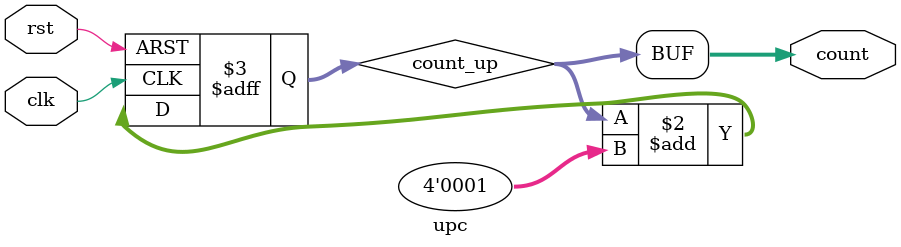
<source format=v>
module upc(input clk, rst, output[3:0] count
    );
reg [3:0] count_up;
always @(posedge clk or posedge rst)
begin
if(rst)
 count_up <= 4'd0;
else
 count_up <= count_up + 4'd1;
end 
assign count = count_up;
endmodule

</source>
